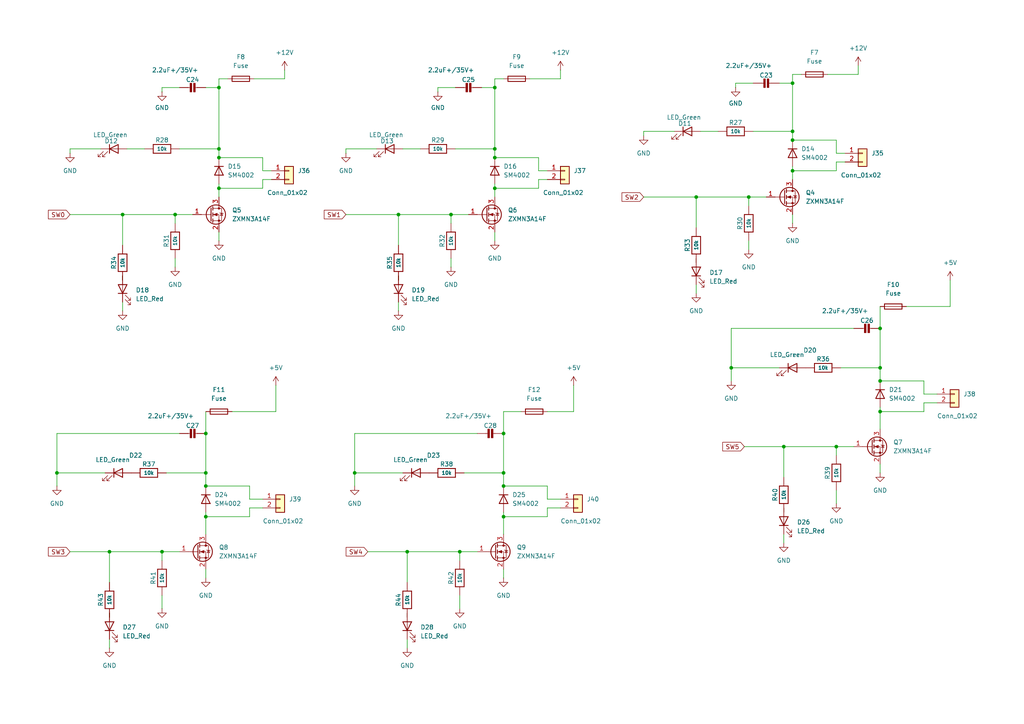
<source format=kicad_sch>
(kicad_sch (version 20231120) (generator "eeschema") (generator_version "8.0")
  (paper "A4")
  (title_block (date "2024-10-29") (rev "1") (company "Cabrillo Robtics") (comment 1 "LaserShark Backplane PCB"))
  (lib_symbols
    (symbol "Adafruit MOSFET Driver STEMMA Breakout-eagle-import:CAP_CERAMIC0805-NOOUTLINE"
      (property "Reference" "C" (at -2.29 1.25 90))
      (property "Value" "CAP_CERAMIC0805-NOOUTLINE" (at 2.3 1.25 90))
      (symbol "CAP_CERAMIC0805-NOOUTLINE_1_0"
        (rectangle (start -1.27 0.508) (end 1.27 1.016) (fill (type outline)))
        (rectangle (start -1.27 1.524) (end 1.27 2.032) (fill (type outline)))
        (polyline (pts (xy 0 0.762) (xy 0 0)) (stroke (width 0.1524)))
        (polyline (pts (xy 0 2.54) (xy 0 1.778)) (stroke (width 0.1524)))
        (pin passive line (at 0 5.08 270) (length 2.54) (name "1") (number "1"))
        (pin passive line (at 0 -2.54 90) (length 2.54) (name "2") (number "2"))
      )
    )
    (symbol "Adafruit MOSFET Driver STEMMA Breakout-eagle-import:RESISTOR_0603_NOOUT"
      (property "Reference" "R" (at 0 2.54 0))
      (property "Value" "RESISTOR_0603_NOOUT" (at 0 0 0))
      (symbol "RESISTOR_0603_NOOUT_1_0"
        (polyline (pts (xy -2.54 -1.27) (xy -2.54 1.27)) (stroke (width 0.254)))
        (polyline (pts (xy -2.54 1.27) (xy 2.54 1.27)) (stroke (width 0.254)))
        (polyline (pts (xy 2.54 -1.27) (xy -2.54 -1.27)) (stroke (width 0.254)))
        (polyline (pts (xy 2.54 1.27) (xy 2.54 -1.27)) (stroke (width 0.254)))
        (pin passive line (at -5.08 0 0) (length 2.54) (name "1") (number "1"))
        (pin passive line (at 5.08 0 180) (length 2.54) (name "2") (number "2"))
      )
    )
    (symbol "Connector_Generic:Conn_01x02" (pin_names (offset 1.016) hide)
      (property "Reference" "J" (at 0 2.54 0))
      (property "Value" "Conn_01x02" (at 0 -5.08 0))
      (symbol "Conn_01x02_1_1"
        (rectangle (start -1.27 -2.413) (end 0 -2.667) (stroke (width 0.1524)))
        (rectangle (start -1.27 0.127) (end 0 -0.127) (stroke (width 0.1524)))
        (rectangle (start -1.27 1.27) (end 1.27 -3.81) (stroke (width 0.254)) (fill (type background)))
        (pin passive line (at -5.08 0 0) (length 3.81) (name "Pin_1") (number "1"))
        (pin passive line (at -5.08 -2.54 0) (length 3.81) (name "Pin_2") (number "2"))
      )
    )
    (symbol "Device:Fuse" (pin_numbers hide) (pin_names (offset 0))
      (property "Reference" "F" (at 2.032 0 90))
      (property "Value" "Fuse" (at -1.905 0 90))
      (symbol "Fuse_0_1"
        (rectangle (start -0.762 -2.54) (end 0.762 2.54) (stroke (width 0.254)))
        (polyline (pts (xy 0 2.54) (xy 0 -2.54)))
      )
      (symbol "Fuse_1_1"
        (pin passive line (at 0 3.81 270) (length 1.27) (name "~") (number "1"))
        (pin passive line (at 0 -3.81 90) (length 1.27) (name "~") (number "2"))
      )
    )
    (symbol "Device:LED" (pin_numbers hide) (pin_names (offset 1.016) hide)
      (property "Reference" "D" (at 0 2.54 0))
      (property "Value" "LED" (at 0 -2.54 0))
      (symbol "LED_0_1"
        (polyline (pts (xy -1.27 -1.27) (xy -1.27 1.27)) (stroke (width 0.254)))
        (polyline (pts (xy -1.27 0) (xy 1.27 0)))
        (polyline (pts (xy 1.27 -1.27) (xy 1.27 1.27) (xy -1.27 0) (xy 1.27 -1.27)) (stroke (width 0.254)))
        (polyline (pts (xy -3.048 -0.762) (xy -4.572 -2.286) (xy -3.81 -2.286) (xy -4.572 -2.286) (xy -4.572 -1.524)))
        (polyline (pts (xy -1.778 -0.762) (xy -3.302 -2.286) (xy -2.54 -2.286) (xy -3.302 -2.286) (xy -3.302 -1.524)))
      )
      (symbol "LED_1_1"
        (pin passive line (at -3.81 0 0) (length 2.54) (name "K") (number "1"))
        (pin passive line (at 3.81 0 180) (length 2.54) (name "A") (number "2"))
      )
    )
    (symbol "Diode:SM4002" (pin_numbers hide) (pin_names (offset 1.016) hide)
      (property "Reference" "D" (at 0 2.54 0))
      (property "Value" "SM4002" (at 0 -2.54 0))
      (symbol "SM4002_0_1"
        (polyline (pts (xy -1.27 1.27) (xy -1.27 -1.27)) (stroke (width 0.254)))
        (polyline (pts (xy 1.27 0) (xy -1.27 0)))
        (polyline (pts (xy 1.27 1.27) (xy 1.27 -1.27) (xy -1.27 0) (xy 1.27 1.27)) (stroke (width 0.254)))
      )
      (symbol "SM4002_1_1"
        (pin passive line (at -3.81 0 0) (length 2.54) (name "K") (number "1"))
        (pin passive line (at 3.81 0 180) (length 2.54) (name "A") (number "2"))
      )
    )
    (symbol "Transistor_FET:ZXMN3A14F" (pin_names hide)
      (property "Reference" "Q" (at 5.08 1.905 0))
      (property "Value" "ZXMN3A14F" (at 5.08 0 0))
      (symbol "ZXMN3A14F_0_1"
        (polyline (pts (xy 0.254 0) (xy -2.54 0)))
        (polyline (pts (xy 0.254 1.905) (xy 0.254 -1.905)) (stroke (width 0.254)))
        (polyline (pts (xy 0.762 -1.27) (xy 0.762 -2.286)) (stroke (width 0.254)))
        (polyline (pts (xy 0.762 0.508) (xy 0.762 -0.508)) (stroke (width 0.254)))
        (polyline (pts (xy 0.762 2.286) (xy 0.762 1.27)) (stroke (width 0.254)))
        (polyline (pts (xy 2.54 2.54) (xy 2.54 1.778)))
        (polyline (pts (xy 2.54 -2.54) (xy 2.54 0) (xy 0.762 0)))
        (polyline (pts (xy 0.762 -1.778) (xy 3.302 -1.778) (xy 3.302 1.778) (xy 0.762 1.778)))
        (polyline (pts (xy 1.016 0) (xy 2.032 0.381) (xy 2.032 -0.381) (xy 1.016 0)) (fill (type outline)))
        (polyline (pts (xy 2.794 0.508) (xy 2.921 0.381) (xy 3.683 0.381) (xy 3.81 0.254)))
        (polyline (pts (xy 3.302 0.381) (xy 2.921 -0.254) (xy 3.683 -0.254) (xy 3.302 0.381)))
        (circle (center 1.651 0) (radius 2.794) (stroke (width 0.254)))
        (circle (center 2.54 -1.778) (radius 0.254) (fill (type outline)))
        (circle (center 2.54 1.778) (radius 0.254) (fill (type outline)))
      )
      (symbol "ZXMN3A14F_1_1"
        (pin input line (at -5.08 0 0) (length 2.54) (name "G") (number "1"))
        (pin passive line (at 2.54 -5.08 90) (length 2.54) (name "S") (number "2"))
        (pin passive line (at 2.54 5.08 270) (length 2.54) (name "D") (number "3"))
      )
    )
    (symbol "power:+12V" (power) (pin_numbers hide) (pin_names (offset 0) hide)
      (property "Value" "+12V" (at 0 3.556 0))
      (symbol "+12V_0_1"
        (polyline (pts (xy -0.762 1.27) (xy 0 2.54)))
        (polyline (pts (xy 0 0) (xy 0 2.54)))
        (polyline (pts (xy 0 2.54) (xy 0.762 1.27)))
      )
      (symbol "+12V_1_1"
        (pin power_in line (at 0 0 90) (length 0) (name "~") (number "1"))
      )
    )
    (symbol "power:+5V" (power) (pin_numbers hide) (pin_names (offset 0) hide)
      (property "Value" "+5V" (at 0 3.556 0))
      (symbol "+5V_0_1"
        (polyline (pts (xy -0.762 1.27) (xy 0 2.54)))
        (polyline (pts (xy 0 0) (xy 0 2.54)))
        (polyline (pts (xy 0 2.54) (xy 0.762 1.27)))
      )
      (symbol "+5V_1_1"
        (pin power_in line (at 0 0 90) (length 0) (name "~") (number "1"))
      )
    )
    (symbol "power:GND" (power) (pin_numbers hide) (pin_names (offset 0) hide)
      (property "Value" "GND" (at 0 -3.81 0))
      (symbol "GND_0_1"
        (polyline (pts (xy 0 0) (xy 0 -1.27) (xy 1.27 -1.27) (xy 0 -2.54) (xy -1.27 -1.27) (xy 0 -1.27)))
      )
      (symbol "GND_1_1"
        (pin power_in line (at 0 0 270) (length 0) (name "~") (number "1"))
      )
    )
  )
  (junction (at 115.57 62.23))
  (junction (at 143.51 43.18))
  (junction (at 146.05 140.97))
  (junction (at 227.33 129.54))
  (junction (at 143.51 25.4))
  (junction (at 255.27 106.68))
  (junction (at 229.87 49.53))
  (junction (at 201.93 57.15))
  (junction (at 63.5 45.72))
  (junction (at 255.27 95.25))
  (junction (at 146.05 125.73))
  (junction (at 229.87 24.13))
  (junction (at 130.81 62.23))
  (junction (at 212.09 106.68))
  (junction (at 46.99 160.02))
  (junction (at 143.51 45.72))
  (junction (at 217.17 57.15))
  (junction (at 146.05 137.16))
  (junction (at 59.69 125.73))
  (junction (at 63.5 54.61))
  (junction (at 16.51 137.16))
  (junction (at 242.57 129.54))
  (junction (at 133.35 160.02))
  (junction (at 50.8 62.23))
  (junction (at 102.87 137.16))
  (junction (at 59.69 140.97))
  (junction (at 255.27 110.49))
  (junction (at 63.5 43.18))
  (junction (at 146.05 149.86))
  (junction (at 63.5 25.4))
  (junction (at 143.51 54.61))
  (junction (at 35.56 62.23))
  (junction (at 59.69 137.16))
  (junction (at 31.75 160.02))
  (junction (at 59.69 149.86))
  (junction (at 229.87 38.1))
  (junction (at 229.87 40.64))
  (junction (at 118.11 160.02))
  (junction (at 255.27 119.38))
  (wire (pts (xy 227.33 157.48) (xy 227.33 154.94)))
  (wire (pts (xy 115.57 90.17) (xy 115.57 87.63)))
  (wire (pts (xy 158.75 144.78) (xy 162.56 144.78)))
  (wire (pts (xy 162.56 20.32) (xy 162.56 22.86)))
  (wire (pts (xy 35.56 90.17) (xy 35.56 87.63)))
  (wire (pts (xy 143.51 22.86) (xy 143.51 25.4)))
  (wire (pts (xy 143.51 43.18) (xy 143.51 45.72)))
  (wire (pts (xy 143.51 53.34) (xy 143.51 54.61)))
  (wire (pts (xy 59.69 149.86) (xy 72.39 149.86)))
  (wire (pts (xy 156.21 45.72) (xy 156.21 49.53)))
  (wire (pts (xy 133.35 172.72) (xy 133.35 176.53)))
  (wire (pts (xy 229.87 64.77) (xy 229.87 62.23)))
  (wire (pts (xy 267.97 114.3) (xy 271.78 114.3)))
  (wire (pts (xy 146.05 140.97) (xy 158.75 140.97)))
  (wire (pts (xy 255.27 118.11) (xy 255.27 119.38)))
  (wire (pts (xy 201.93 76.2) (xy 201.93 74.93)))
  (wire (pts (xy 16.51 137.16) (xy 30.48 137.16)))
  (wire (pts (xy 102.87 125.73) (xy 102.87 137.16)))
  (wire (pts (xy 100.33 44.45) (xy 100.33 43.18)))
  (wire (pts (xy 146.05 125.73) (xy 146.05 137.16)))
  (wire (pts (xy 130.81 62.23) (xy 135.89 62.23)))
  (wire (pts (xy 59.69 148.59) (xy 59.69 149.86)))
  (wire (pts (xy 267.97 110.49) (xy 267.97 114.3)))
  (wire (pts (xy 31.75 160.02) (xy 46.99 160.02)))
  (wire (pts (xy 143.51 22.86) (xy 146.05 22.86)))
  (wire (pts (xy 255.27 137.16) (xy 255.27 134.62)))
  (wire (pts (xy 31.75 179.07) (xy 31.75 177.8)))
  (wire (pts (xy 212.09 95.25) (xy 212.09 106.68)))
  (wire (pts (xy 229.87 40.64) (xy 242.57 40.64)))
  (wire (pts (xy 146.05 149.86) (xy 146.05 154.94)))
  (wire (pts (xy 130.81 77.47) (xy 130.81 74.93)))
  (wire (pts (xy 63.5 25.4) (xy 63.5 43.18)))
  (wire (pts (xy 156.21 52.07) (xy 158.75 52.07)))
  (wire (pts (xy 46.99 160.02) (xy 52.07 160.02)))
  (wire (pts (xy 213.36 24.13) (xy 213.36 25.4)))
  (wire (pts (xy 63.5 43.18) (xy 63.5 45.72)))
  (wire (pts (xy 255.27 88.9) (xy 255.27 95.25)))
  (wire (pts (xy 118.11 160.02) (xy 133.35 160.02)))
  (wire (pts (xy 212.09 110.49) (xy 212.09 106.68)))
  (wire (pts (xy 59.69 119.38) (xy 59.69 125.73)))
  (wire (pts (xy 212.09 95.25) (xy 247.65 95.25)))
  (wire (pts (xy 20.32 43.18) (xy 29.21 43.18)))
  (wire (pts (xy 127 25.4) (xy 127 26.67)))
  (wire (pts (xy 118.11 179.07) (xy 118.11 177.8)))
  (wire (pts (xy 16.51 140.97) (xy 16.51 137.16)))
  (wire (pts (xy 59.69 149.86) (xy 59.69 154.94)))
  (wire (pts (xy 255.27 119.38) (xy 255.27 124.46)))
  (wire (pts (xy 118.11 160.02) (xy 118.11 168.91)))
  (wire (pts (xy 106.68 160.02) (xy 118.11 160.02)))
  (wire (pts (xy 146.05 119.38) (xy 146.05 125.73)))
  (wire (pts (xy 146.05 137.16) (xy 146.05 140.97)))
  (wire (pts (xy 158.75 149.86) (xy 158.75 147.32)))
  (wire (pts (xy 229.87 49.53) (xy 242.57 49.53)))
  (wire (pts (xy 102.87 137.16) (xy 116.84 137.16)))
  (wire (pts (xy 102.87 125.73) (xy 138.43 125.73)))
  (wire (pts (xy 132.08 43.18) (xy 143.51 43.18)))
  (wire (pts (xy 50.8 62.23) (xy 55.88 62.23)))
  (wire (pts (xy 59.69 137.16) (xy 59.69 140.97)))
  (wire (pts (xy 127 25.4) (xy 132.08 25.4)))
  (wire (pts (xy 143.51 25.4) (xy 143.51 43.18)))
  (wire (pts (xy 20.32 160.02) (xy 31.75 160.02)))
  (wire (pts (xy 217.17 59.69) (xy 217.17 57.15)))
  (wire (pts (xy 146.05 149.86) (xy 158.75 149.86)))
  (wire (pts (xy 31.75 160.02) (xy 31.75 168.91)))
  (wire (pts (xy 203.2 38.1) (xy 208.28 38.1)))
  (wire (pts (xy 59.69 167.64) (xy 59.69 165.1)))
  (wire (pts (xy 133.35 160.02) (xy 138.43 160.02)))
  (wire (pts (xy 242.57 40.64) (xy 242.57 44.45)))
  (wire (pts (xy 67.31 119.38) (xy 80.01 119.38)))
  (wire (pts (xy 213.36 24.13) (xy 218.44 24.13)))
  (wire (pts (xy 130.81 64.77) (xy 130.81 62.23)))
  (wire (pts (xy 248.92 21.59) (xy 240.03 21.59)))
  (wire (pts (xy 63.5 53.34) (xy 63.5 54.61)))
  (wire (pts (xy 20.32 62.23) (xy 35.56 62.23)))
  (wire (pts (xy 46.99 25.4) (xy 52.07 25.4)))
  (wire (pts (xy 255.27 106.68) (xy 255.27 110.49)))
  (wire (pts (xy 16.51 125.73) (xy 52.07 125.73)))
  (wire (pts (xy 82.55 20.32) (xy 82.55 22.86)))
  (wire (pts (xy 143.51 54.61) (xy 156.21 54.61)))
  (wire (pts (xy 50.8 77.47) (xy 50.8 74.93)))
  (wire (pts (xy 227.33 148.59) (xy 227.33 147.32)))
  (wire (pts (xy 72.39 147.32) (xy 76.2 147.32)))
  (wire (pts (xy 162.56 22.86) (xy 153.67 22.86)))
  (wire (pts (xy 158.75 147.32) (xy 162.56 147.32)))
  (wire (pts (xy 134.62 137.16) (xy 146.05 137.16)))
  (wire (pts (xy 82.55 22.86) (xy 73.66 22.86)))
  (wire (pts (xy 229.87 48.26) (xy 229.87 49.53)))
  (wire (pts (xy 226.06 24.13) (xy 229.87 24.13)))
  (wire (pts (xy 35.56 81.28) (xy 35.56 80.01)))
  (wire (pts (xy 201.93 57.15) (xy 217.17 57.15)))
  (wire (pts (xy 76.2 49.53) (xy 78.74 49.53)))
  (wire (pts (xy 72.39 149.86) (xy 72.39 147.32)))
  (wire (pts (xy 255.27 95.25) (xy 255.27 106.68)))
  (wire (pts (xy 146.05 167.64) (xy 146.05 165.1)))
  (wire (pts (xy 100.33 43.18) (xy 109.22 43.18)))
  (wire (pts (xy 212.09 106.68) (xy 226.06 106.68)))
  (wire (pts (xy 63.5 54.61) (xy 76.2 54.61)))
  (wire (pts (xy 255.27 110.49) (xy 267.97 110.49)))
  (wire (pts (xy 36.83 43.18) (xy 41.91 43.18)))
  (wire (pts (xy 139.7 25.4) (xy 143.51 25.4)))
  (wire (pts (xy 215.9 129.54) (xy 227.33 129.54)))
  (wire (pts (xy 267.97 116.84) (xy 271.78 116.84)))
  (wire (pts (xy 76.2 54.61) (xy 76.2 52.07)))
  (wire (pts (xy 46.99 162.56) (xy 46.99 160.02)))
  (wire (pts (xy 116.84 43.18) (xy 121.92 43.18)))
  (wire (pts (xy 102.87 140.97) (xy 102.87 137.16)))
  (wire (pts (xy 80.01 111.76) (xy 80.01 119.38)))
  (wire (pts (xy 227.33 129.54) (xy 242.57 129.54)))
  (wire (pts (xy 48.26 137.16) (xy 59.69 137.16)))
  (wire (pts (xy 229.87 21.59) (xy 232.41 21.59)))
  (wire (pts (xy 242.57 49.53) (xy 242.57 46.99)))
  (wire (pts (xy 63.5 54.61) (xy 63.5 57.15)))
  (wire (pts (xy 262.89 88.9) (xy 275.59 88.9)))
  (wire (pts (xy 76.2 52.07) (xy 78.74 52.07)))
  (wire (pts (xy 20.32 44.45) (xy 20.32 43.18)))
  (wire (pts (xy 242.57 46.99) (xy 245.11 46.99)))
  (wire (pts (xy 63.5 45.72) (xy 76.2 45.72)))
  (wire (pts (xy 35.56 62.23) (xy 50.8 62.23)))
  (wire (pts (xy 158.75 140.97) (xy 158.75 144.78)))
  (wire (pts (xy 156.21 49.53) (xy 158.75 49.53)))
  (wire (pts (xy 143.51 69.85) (xy 143.51 67.31)))
  (wire (pts (xy 100.33 62.23) (xy 115.57 62.23)))
  (wire (pts (xy 275.59 81.28) (xy 275.59 88.9)))
  (wire (pts (xy 143.51 54.61) (xy 143.51 57.15)))
  (wire (pts (xy 146.05 148.59) (xy 146.05 149.86)))
  (wire (pts (xy 76.2 45.72) (xy 76.2 49.53)))
  (wire (pts (xy 229.87 49.53) (xy 229.87 52.07)))
  (wire (pts (xy 242.57 129.54) (xy 247.65 129.54)))
  (wire (pts (xy 242.57 142.24) (xy 242.57 146.05)))
  (wire (pts (xy 186.69 38.1) (xy 195.58 38.1)))
  (wire (pts (xy 242.57 132.08) (xy 242.57 129.54)))
  (wire (pts (xy 217.17 72.39) (xy 217.17 69.85)))
  (wire (pts (xy 218.44 38.1) (xy 229.87 38.1)))
  (wire (pts (xy 133.35 162.56) (xy 133.35 160.02)))
  (wire (pts (xy 166.37 111.76) (xy 166.37 119.38)))
  (wire (pts (xy 243.84 106.68) (xy 255.27 106.68)))
  (wire (pts (xy 229.87 24.13) (xy 229.87 38.1)))
  (wire (pts (xy 50.8 64.77) (xy 50.8 62.23)))
  (wire (pts (xy 217.17 57.15) (xy 222.25 57.15)))
  (wire (pts (xy 115.57 62.23) (xy 115.57 71.12)))
  (wire (pts (xy 63.5 22.86) (xy 66.04 22.86)))
  (wire (pts (xy 229.87 38.1) (xy 229.87 40.64)))
  (wire (pts (xy 46.99 25.4) (xy 46.99 26.67)))
  (wire (pts (xy 143.51 45.72) (xy 156.21 45.72)))
  (wire (pts (xy 16.51 125.73) (xy 16.51 137.16)))
  (wire (pts (xy 158.75 119.38) (xy 166.37 119.38)))
  (wire (pts (xy 31.75 187.96) (xy 31.75 185.42)))
  (wire (pts (xy 186.69 39.37) (xy 186.69 38.1)))
  (wire (pts (xy 186.69 57.15) (xy 201.93 57.15)))
  (wire (pts (xy 156.21 54.61) (xy 156.21 52.07)))
  (wire (pts (xy 201.93 57.15) (xy 201.93 66.04)))
  (wire (pts (xy 46.99 172.72) (xy 46.99 176.53)))
  (wire (pts (xy 35.56 62.23) (xy 35.56 71.12)))
  (wire (pts (xy 115.57 62.23) (xy 130.81 62.23)))
  (wire (pts (xy 201.93 85.09) (xy 201.93 82.55)))
  (wire (pts (xy 118.11 187.96) (xy 118.11 185.42)))
  (wire (pts (xy 267.97 119.38) (xy 267.97 116.84)))
  (wire (pts (xy 59.69 140.97) (xy 72.39 140.97)))
  (wire (pts (xy 229.87 21.59) (xy 229.87 24.13)))
  (wire (pts (xy 146.05 119.38) (xy 151.13 119.38)))
  (wire (pts (xy 115.57 81.28) (xy 115.57 80.01)))
  (wire (pts (xy 248.92 19.05) (xy 248.92 21.59)))
  (wire (pts (xy 72.39 140.97) (xy 72.39 144.78)))
  (wire (pts (xy 72.39 144.78) (xy 76.2 144.78)))
  (wire (pts (xy 63.5 69.85) (xy 63.5 67.31)))
  (wire (pts (xy 63.5 22.86) (xy 63.5 25.4)))
  (wire (pts (xy 52.07 43.18) (xy 63.5 43.18)))
  (wire (pts (xy 59.69 25.4) (xy 63.5 25.4)))
  (wire (pts (xy 255.27 119.38) (xy 267.97 119.38)))
  (wire (pts (xy 59.69 125.73) (xy 59.69 137.16)))
  (wire (pts (xy 227.33 129.54) (xy 227.33 138.43)))
  (wire (pts (xy 242.57 44.45) (xy 245.11 44.45)))
  (global_label "SW5" (shape input) (at 215.9 129.54 180) (property "Intersheetrefs" "${INTERSHEET_REFS}" (effects (hide yes))))
  (global_label "SW3" (shape input) (at 20.32 160.02 180) (property "Intersheetrefs" "${INTERSHEET_REFS}" (effects (hide yes))))
  (global_label "SW1" (shape input) (at 100.33 62.23 180) (property "Intersheetrefs" "${INTERSHEET_REFS}" (effects (hide yes))))
  (global_label "SW2" (shape input) (at 186.69 57.15 180) (property "Intersheetrefs" "${INTERSHEET_REFS}" (effects (hide yes))))
  (global_label "SW0" (shape input) (at 20.32 62.23 180) (property "Intersheetrefs" "${INTERSHEET_REFS}" (effects (hide yes))))
  (global_label "SW4" (shape input) (at 106.68 160.02 180) (property "Intersheetrefs" "${INTERSHEET_REFS}" (effects (hide yes))))
  (symbol (lib_id "power:GND") (at 46.99 26.67 0) (unit 1)
    (property "Reference" "#PWR096" (effects (hide yes)))
    (property "Value" "GND" (at 46.99 31.242 0))
    (property "Description" "Power symbol creates a global label with name \"GND\" , ground" (effects (hide yes)))
  )
  (symbol (lib_id "Adafruit MOSFET Driver STEMMA Breakout-eagle-import:RESISTOR_0603_NOOUT") (at 133.35 167.64 90) (unit 1)
    (property "Reference" "R42" (at 130.81 167.64 0))
    (property "Value" "10k" (at 133.35 167.64 0) (effects (font (size 1.016 1.016) (bold yes))))
    (property "Footprint" "Resistor_SMD:R_0805_2012Metric" (effects (hide yes)))
  )
  (symbol (lib_id "Adafruit MOSFET Driver STEMMA Breakout-eagle-import:RESISTOR_0603_NOOUT") (at 46.99 167.64 90) (unit 1)
    (property "Reference" "R41" (at 44.45 167.64 0))
    (property "Value" "10k" (at 46.99 167.64 0) (effects (font (size 1.016 1.016) (bold yes))))
    (property "Footprint" "Resistor_SMD:R_0805_2012Metric" (effects (hide yes)))
  )
  (symbol (lib_id "Adafruit MOSFET Driver STEMMA Breakout-eagle-import:CAP_CERAMIC0805-NOOUTLINE") (at 250.19 95.25 270) (unit 1)
    (property "Reference" "C26" (at 251.44 92.96 90))
    (property "Value" "2.2uF+/35V+" (at 245.11 90.17 90))
    (property "Footprint" "Capacitor_SMD:C_0805_2012Metric" (effects (hide yes)))
  )
  (symbol (lib_id "power:+12V") (at 82.55 20.32 0) (unit 1)
    (property "Reference" "#PWR093" (effects (hide yes)))
    (property "Value" "+12V" (at 82.55 15.24 0))
    (property "Description" "Power symbol creates a global label with name \"+12V\"" (effects (hide yes)))
  )
  (symbol (lib_id "power:GND") (at 143.51 69.85 0) (unit 1)
    (property "Reference" "#PWR0103" (effects (hide yes)))
    (property "Value" "GND" (at 143.51 74.93 0))
    (property "Description" "Power symbol creates a global label with name \"GND\" , ground" (effects (hide yes)))
  )
  (symbol (lib_id "power:GND") (at 118.11 187.96 0) (unit 1)
    (property "Reference" "#PWR0124" (effects (hide yes)))
    (property "Value" "GND" (at 118.11 193.04 0))
    (property "Description" "Power symbol creates a global label with name \"GND\" , ground" (effects (hide yes)))
  )
  (symbol (lib_id "Device:Fuse") (at 69.85 22.86 90) (unit 1)
    (property "Reference" "F8" (at 69.85 16.51 90))
    (property "Value" "Fuse" (at 69.85 19.05 90))
    (property "Footprint" "Fuse:Fuse_0805_2012Metric" (effects (hide yes)))
  )
  (symbol (lib_id "Device:LED") (at 229.87 106.68 0) (unit 1)
    (property "Reference" "D20" (at 234.95 101.6 0))
    (property "Value" "LED_Green" (at 228.2825 102.87 0))
    (property "Footprint" "LED_SMD:LED_0603_1608Metric" (effects (hide yes)))
  )
  (symbol (lib_id "Transistor_FET:ZXMN3A14F") (at 227.33 57.15 0) (unit 1)
    (property "Reference" "Q4" (at 233.68 55.8799 0) (effects (justify left)))
    (property "Value" "ZXMN3A14F" (at 233.68 58.4199 0) (effects (justify left)))
    (property "Footprint" "Package_TO_SOT_SMD:SOT-23" (effects (hide yes)))
    (property "Datasheet" "http://www.diodes.com/assets/Datasheets/ZXMN3A14F.pdf" (effects (hide yes)))
  )
  (symbol (lib_id "power:GND") (at 217.17 72.39 0) (unit 1)
    (property "Reference" "#PWR0104" (effects (hide yes)))
    (property "Value" "GND" (at 217.17 77.47 0))
    (property "Description" "Power symbol creates a global label with name \"GND\" , ground" (effects (hide yes)))
  )
  (symbol (lib_id "power:GND") (at 255.27 137.16 0) (unit 1)
    (property "Reference" "#PWR0114" (effects (hide yes)))
    (property "Value" "GND" (at 255.27 142.24 0))
    (property "Description" "Power symbol creates a global label with name \"GND\" , ground" (effects (hide yes)))
  )
  (symbol (lib_id "Adafruit MOSFET Driver STEMMA Breakout-eagle-import:RESISTOR_0603_NOOUT") (at 43.18 137.16 0) (unit 1)
    (property "Reference" "R37" (at 43.18 134.62 0))
    (property "Value" "10k" (at 43.18 137.16 0) (effects (font (size 1.016 1.016) (bold yes))))
    (property "Footprint" "Resistor_SMD:R_0805_2012Metric" (effects (hide yes)))
  )
  (symbol (lib_id "Device:LED") (at 118.11 181.61 90) (unit 1)
    (property "Reference" "D28" (at 121.92 181.9274 90) (effects (justify right)))
    (property "Value" "LED_Red" (at 121.92 184.4674 90) (effects (justify right)))
    (property "Footprint" "LED_SMD:LED_0603_1608Metric" (effects (hide yes)))
  )
  (symbol (lib_id "power:GND") (at 100.33 44.45 0) (unit 1)
    (property "Reference" "#PWR0100" (effects (hide yes)))
    (property "Value" "GND" (at 100.33 49.53 0))
    (property "Description" "Power symbol creates a global label with name \"GND\" , ground" (effects (hide yes)))
  )
  (symbol (lib_id "Device:LED") (at 33.02 43.18 0) (unit 1)
    (property "Reference" "D12" (at 32.258 40.894 0))
    (property "Value" "LED_Green" (at 32.004 39.116 0))
    (property "Footprint" "LED_SMD:LED_0603_1608Metric" (effects (hide yes)))
  )
  (symbol (lib_id "power:GND") (at 35.56 90.17 0) (unit 1)
    (property "Reference" "#PWR0109" (effects (hide yes)))
    (property "Value" "GND" (at 35.56 95.25 0))
    (property "Description" "Power symbol creates a global label with name \"GND\" , ground" (effects (hide yes)))
  )
  (symbol (lib_id "Adafruit MOSFET Driver STEMMA Breakout-eagle-import:RESISTOR_0603_NOOUT") (at 115.57 76.2 90) (unit 1)
    (property "Reference" "R35" (at 113.03 76.2 0))
    (property "Value" "10k" (at 115.57 76.2 0) (effects (font (size 1.016 1.016) (bold yes))))
    (property "Footprint" "Resistor_SMD:R_0805_2012Metric" (effects (hide yes)))
  )
  (symbol (lib_id "Adafruit MOSFET Driver STEMMA Breakout-eagle-import:RESISTOR_0603_NOOUT") (at 50.8 69.85 90) (unit 1)
    (property "Reference" "R31" (at 48.26 69.85 0))
    (property "Value" "10k" (at 50.8 69.85 0) (effects (font (size 1.016 1.016) (bold yes))))
    (property "Footprint" "Resistor_SMD:R_0805_2012Metric" (effects (hide yes)))
  )
  (symbol (lib_id "Device:Fuse") (at 259.08 88.9 90) (unit 1)
    (property "Reference" "F10" (at 259.08 82.55 90))
    (property "Value" "Fuse" (at 259.08 85.09 90))
    (property "Footprint" "Fuse:Fuse_0805_2012Metric" (effects (hide yes)))
  )
  (symbol (lib_id "Adafruit MOSFET Driver STEMMA Breakout-eagle-import:RESISTOR_0603_NOOUT") (at 227.33 143.51 90) (unit 1)
    (property "Reference" "R40" (at 224.79 143.51 0))
    (property "Value" "10k" (at 227.33 143.51 0) (effects (font (size 1.016 1.016) (bold yes))))
    (property "Footprint" "Resistor_SMD:R_0805_2012Metric" (effects (hide yes)))
  )
  (symbol (lib_id "Adafruit MOSFET Driver STEMMA Breakout-eagle-import:RESISTOR_0603_NOOUT") (at 217.17 64.77 90) (unit 1)
    (property "Reference" "R30" (at 214.63 64.77 0))
    (property "Value" "10k" (at 217.17 64.77 0) (effects (font (size 1.016 1.016) (bold yes))))
    (property "Footprint" "Resistor_SMD:R_0805_2012Metric" (effects (hide yes)))
  )
  (symbol (lib_id "Connector_Generic:Conn_01x02") (at 163.83 49.53 0) (unit 1)
    (property "Reference" "J37" (at 166.37 49.5299 0) (effects (justify left)))
    (property "Value" "Conn_01x02" (at 157.48 55.88 0) (effects (justify left)))
    (property "Footprint" "Rpi_Pico_header:Molex_Micro-Latch_53253-0270_1x02_P2.00mm_Vertical_3D_model" (effects (hide yes)))
  )
  (symbol (lib_id "power:GND") (at 186.69 39.37 0) (unit 1)
    (property "Reference" "#PWR098" (effects (hide yes)))
    (property "Value" "GND" (at 186.69 44.45 0))
    (property "Description" "Power symbol creates a global label with name \"GND\" , ground" (effects (hide yes)))
  )
  (symbol (lib_id "Adafruit MOSFET Driver STEMMA Breakout-eagle-import:RESISTOR_0603_NOOUT") (at 127 43.18 0) (unit 1)
    (property "Reference" "R29" (at 127 40.64 0))
    (property "Value" "10k" (at 127 43.18 0) (effects (font (size 1.016 1.016) (bold yes))))
    (property "Footprint" "Resistor_SMD:R_0805_2012Metric" (effects (hide yes)))
  )
  (symbol (lib_id "Diode:SM4002") (at 143.51 49.53 270) (unit 1)
    (property "Reference" "D16" (at 146.05 48.2599 90) (effects (justify left)))
    (property "Value" "SM4002" (at 146.05 50.7999 90) (effects (justify left)))
    (property "Footprint" "Diode_SMD:D_SOD-123F" (effects (hide yes)))
    (property "Datasheet" "http://cdn-reichelt.de/documents/datenblatt/A400/SMD1N400%23DIO.pdf" (effects (hide yes)))
  )
  (symbol (lib_id "Connector_Generic:Conn_01x02") (at 276.86 114.3 0) (unit 1)
    (property "Reference" "J38" (at 279.4 114.2999 0) (effects (justify left)))
    (property "Value" "Conn_01x02" (at 271.78 120.65 0) (effects (justify left)))
    (property "Footprint" "Rpi_Pico_header:Molex_Micro-Latch_53253-0270_1x02_P2.00mm_Vertical_3D_model" (effects (hide yes)))
  )
  (symbol (lib_id "power:+5V") (at 166.37 111.76 0) (unit 1)
    (property "Reference" "#PWR0113" (effects (hide yes)))
    (property "Value" "+5V" (at 166.37 106.68 0))
    (property "Description" "Power symbol creates a global label with name \"+5V\"" (effects (hide yes)))
  )
  (symbol (lib_id "power:GND") (at 59.69 167.64 0) (unit 1)
    (property "Reference" "#PWR0119" (effects (hide yes)))
    (property "Value" "GND" (at 59.69 172.72 0))
    (property "Description" "Power symbol creates a global label with name \"GND\" , ground" (effects (hide yes)))
  )
  (symbol (lib_id "power:GND") (at 201.93 85.09 0) (unit 1)
    (property "Reference" "#PWR0108" (effects (hide yes)))
    (property "Value" "GND" (at 201.93 90.17 0))
    (property "Description" "Power symbol creates a global label with name \"GND\" , ground" (effects (hide yes)))
  )
  (symbol (lib_id "Device:LED") (at 199.39 38.1 0) (unit 1)
    (property "Reference" "D11" (at 198.628 35.814 0))
    (property "Value" "LED_Green" (at 198.374 34.036 0))
    (property "Footprint" "LED_SMD:LED_0603_1608Metric" (effects (hide yes)))
  )
  (symbol (lib_id "Device:LED") (at 113.03 43.18 0) (unit 1)
    (property "Reference" "D13" (at 112.268 40.894 0))
    (property "Value" "LED_Green" (at 112.014 39.116 0))
    (property "Footprint" "LED_SMD:LED_0603_1608Metric" (effects (hide yes)))
  )
  (symbol (lib_id "Device:LED") (at 201.93 78.74 90) (unit 1)
    (property "Reference" "D17" (at 205.74 79.0574 90) (effects (justify right)))
    (property "Value" "LED_Red" (at 205.74 81.5974 90) (effects (justify right)))
    (property "Footprint" "LED_SMD:LED_0603_1608Metric" (effects (hide yes)))
  )
  (symbol (lib_id "Device:Fuse") (at 236.22 21.59 90) (unit 1)
    (property "Reference" "F7" (at 236.22 15.24 90))
    (property "Value" "Fuse" (at 236.22 17.78 90))
    (property "Footprint" "Fuse:Fuse_0805_2012Metric" (effects (hide yes)))
  )
  (symbol (lib_id "Adafruit MOSFET Driver STEMMA Breakout-eagle-import:RESISTOR_0603_NOOUT") (at 238.76 106.68 0) (unit 1)
    (property "Reference" "R36" (at 238.76 104.14 0))
    (property "Value" "10k" (at 238.76 106.68 0) (effects (font (size 1.016 1.016) (bold yes))))
    (property "Footprint" "Resistor_SMD:R_0805_2012Metric" (effects (hide yes)))
  )
  (symbol (lib_id "power:GND") (at 227.33 157.48 0) (unit 1)
    (property "Reference" "#PWR0118" (effects (hide yes)))
    (property "Value" "GND" (at 227.33 162.56 0))
    (property "Description" "Power symbol creates a global label with name \"GND\" , ground" (effects (hide yes)))
  )
  (symbol (lib_id "Adafruit MOSFET Driver STEMMA Breakout-eagle-import:RESISTOR_0603_NOOUT") (at 118.11 173.99 90) (unit 1)
    (property "Reference" "R44" (at 115.57 173.99 0))
    (property "Value" "10k" (at 118.11 173.99 0) (effects (font (size 1.016 1.016) (bold yes))))
    (property "Footprint" "Resistor_SMD:R_0805_2012Metric" (effects (hide yes)))
  )
  (symbol (lib_id "power:GND") (at 242.57 146.05 0) (unit 1)
    (property "Reference" "#PWR0117" (effects (hide yes)))
    (property "Value" "GND" (at 242.57 151.13 0))
    (property "Description" "Power symbol creates a global label with name \"GND\" , ground" (effects (hide yes)))
  )
  (symbol (lib_id "power:GND") (at 127 26.67 0) (unit 1)
    (property "Reference" "#PWR097" (effects (hide yes)))
    (property "Value" "GND" (at 127 31.242 0))
    (property "Description" "Power symbol creates a global label with name \"GND\" , ground" (effects (hide yes)))
  )
  (symbol (lib_id "Transistor_FET:ZXMN3A14F") (at 252.73 129.54 0) (unit 1)
    (property "Reference" "Q7" (at 259.08 128.2699 0) (effects (justify left)))
    (property "Value" "ZXMN3A14F" (at 259.08 130.8099 0) (effects (justify left)))
    (property "Footprint" "Package_TO_SOT_SMD:SOT-23" (effects (hide yes)))
    (property "Datasheet" "http://www.diodes.com/assets/Datasheets/ZXMN3A14F.pdf" (effects (hide yes)))
  )
  (symbol (lib_id "power:GND") (at 16.51 140.97 0) (unit 1)
    (property "Reference" "#PWR0115" (effects (hide yes)))
    (property "Value" "GND" (at 16.51 146.05 0))
    (property "Description" "Power symbol creates a global label with name \"GND\" , ground" (effects (hide yes)))
  )
  (symbol (lib_id "Transistor_FET:ZXMN3A14F") (at 57.15 160.02 0) (unit 1)
    (property "Reference" "Q8" (at 63.5 158.7499 0) (effects (justify left)))
    (property "Value" "ZXMN3A14F" (at 63.5 161.2899 0) (effects (justify left)))
    (property "Footprint" "Package_TO_SOT_SMD:SOT-23" (effects (hide yes)))
    (property "Datasheet" "http://www.diodes.com/assets/Datasheets/ZXMN3A14F.pdf" (effects (hide yes)))
  )
  (symbol (lib_id "power:+12V") (at 248.92 19.05 0) (unit 1)
    (property "Reference" "#PWR092" (effects (hide yes)))
    (property "Value" "+12V" (at 248.92 13.97 0))
    (property "Description" "Power symbol creates a global label with name \"+12V\"" (effects (hide yes)))
  )
  (symbol (lib_id "Adafruit MOSFET Driver STEMMA Breakout-eagle-import:CAP_CERAMIC0805-NOOUTLINE") (at 140.97 125.73 270) (unit 1)
    (property "Reference" "C28" (at 142.22 123.44 90))
    (property "Value" "2.2uF+/35V+" (at 135.89 120.65 90))
    (property "Footprint" "Capacitor_SMD:C_0805_2012Metric" (effects (hide yes)))
  )
  (symbol (lib_id "Diode:SM4002") (at 59.69 144.78 270) (unit 1)
    (property "Reference" "D24" (at 62.23 143.5099 90) (effects (justify left)))
    (property "Value" "SM4002" (at 62.23 146.0499 90) (effects (justify left)))
    (property "Footprint" "Diode_SMD:D_SOD-123F" (effects (hide yes)))
    (property "Datasheet" "http://cdn-reichelt.de/documents/datenblatt/A400/SMD1N400%23DIO.pdf" (effects (hide yes)))
  )
  (symbol (lib_id "Adafruit MOSFET Driver STEMMA Breakout-eagle-import:RESISTOR_0603_NOOUT") (at 213.36 38.1 0) (unit 1)
    (property "Reference" "R27" (at 213.36 35.56 0))
    (property "Value" "10k" (at 213.36 38.1 0) (effects (font (size 1.016 1.016) (bold yes))))
    (property "Footprint" "Resistor_SMD:R_0805_2012Metric" (effects (hide yes)))
  )
  (symbol (lib_id "Diode:SM4002") (at 146.05 144.78 270) (unit 1)
    (property "Reference" "D25" (at 148.59 143.5099 90) (effects (justify left)))
    (property "Value" "SM4002" (at 148.59 146.0499 90) (effects (justify left)))
    (property "Footprint" "Diode_SMD:D_SOD-123F" (effects (hide yes)))
    (property "Datasheet" "http://cdn-reichelt.de/documents/datenblatt/A400/SMD1N400%23DIO.pdf" (effects (hide yes)))
  )
  (symbol (lib_id "Connector_Generic:Conn_01x02") (at 167.64 144.78 0) (unit 1)
    (property "Reference" "J40" (at 170.18 144.7799 0) (effects (justify left)))
    (property "Value" "Conn_01x02" (at 162.56 151.13 0) (effects (justify left)))
    (property "Footprint" "Rpi_Pico_header:Molex_Micro-Latch_53253-0270_1x02_P2.00mm_Vertical_3D_model" (effects (hide yes)))
  )
  (symbol (lib_id "Device:LED") (at 34.29 137.16 0) (unit 1)
    (property "Reference" "D22" (at 39.37 132.08 0))
    (property "Value" "LED_Green" (at 32.7025 133.35 0))
    (property "Footprint" "LED_SMD:LED_0603_1608Metric" (effects (hide yes)))
  )
  (symbol (lib_id "Adafruit MOSFET Driver STEMMA Breakout-eagle-import:RESISTOR_0603_NOOUT") (at 35.56 76.2 90) (unit 1)
    (property "Reference" "R34" (at 33.02 76.2 0))
    (property "Value" "10k" (at 35.56 76.2 0) (effects (font (size 1.016 1.016) (bold yes))))
    (property "Footprint" "Resistor_SMD:R_0805_2012Metric" (effects (hide yes)))
  )
  (symbol (lib_id "power:+5V") (at 275.59 81.28 0) (unit 1)
    (property "Reference" "#PWR0107" (effects (hide yes)))
    (property "Value" "+5V" (at 275.59 76.2 0))
    (property "Description" "Power symbol creates a global label with name \"+5V\"" (effects (hide yes)))
  )
  (symbol (lib_id "Transistor_FET:ZXMN3A14F") (at 140.97 62.23 0) (unit 1)
    (property "Reference" "Q6" (at 147.32 60.9599 0) (effects (justify left)))
    (property "Value" "ZXMN3A14F" (at 147.32 63.4999 0) (effects (justify left)))
    (property "Footprint" "Package_TO_SOT_SMD:SOT-23" (effects (hide yes)))
    (property "Datasheet" "http://www.diodes.com/assets/Datasheets/ZXMN3A14F.pdf" (effects (hide yes)))
  )
  (symbol (lib_id "Device:Fuse") (at 149.86 22.86 90) (unit 1)
    (property "Reference" "F9" (at 149.86 16.51 90))
    (property "Value" "Fuse" (at 149.86 19.05 90))
    (property "Footprint" "Fuse:Fuse_0805_2012Metric" (effects (hide yes)))
  )
  (symbol (lib_id "Adafruit MOSFET Driver STEMMA Breakout-eagle-import:CAP_CERAMIC0805-NOOUTLINE") (at 220.98 24.13 270) (unit 1)
    (property "Reference" "C23" (at 222.23 21.84 90))
    (property "Value" "2.2uF+/35V+" (at 217.17 19.05 90))
    (property "Footprint" "Capacitor_SMD:C_0805_2012Metric" (effects (hide yes)))
  )
  (symbol (lib_id "Device:LED") (at 120.65 137.16 0) (unit 1)
    (property "Reference" "D23" (at 125.73 132.08 0))
    (property "Value" "LED_Green" (at 119.0625 133.35 0))
    (property "Footprint" "LED_SMD:LED_0603_1608Metric" (effects (hide yes)))
  )
  (symbol (lib_id "Adafruit MOSFET Driver STEMMA Breakout-eagle-import:CAP_CERAMIC0805-NOOUTLINE") (at 54.61 125.73 270) (unit 1)
    (property "Reference" "C27" (at 55.86 123.44 90))
    (property "Value" "2.2uF+/35V+" (at 49.53 120.65 90))
    (property "Footprint" "Capacitor_SMD:C_0805_2012Metric" (effects (hide yes)))
  )
  (symbol (lib_id "power:GND") (at 63.5 69.85 0) (unit 1)
    (property "Reference" "#PWR0102" (effects (hide yes)))
    (property "Value" "GND" (at 63.5 74.93 0))
    (property "Description" "Power symbol creates a global label with name \"GND\" , ground" (effects (hide yes)))
  )
  (symbol (lib_id "Adafruit MOSFET Driver STEMMA Breakout-eagle-import:CAP_CERAMIC0805-NOOUTLINE") (at 54.61 25.4 270) (unit 1)
    (property "Reference" "C24" (at 55.86 23.11 90))
    (property "Value" "2.2uF+/35V+" (at 50.8 20.32 90))
    (property "Footprint" "Capacitor_SMD:C_0805_2012Metric" (effects (hide yes)))
  )
  (symbol (lib_id "Connector_Generic:Conn_01x02") (at 81.28 144.78 0) (unit 1)
    (property "Reference" "J39" (at 83.82 144.7799 0) (effects (justify left)))
    (property "Value" "Conn_01x02" (at 76.2 151.13 0) (effects (justify left)))
    (property "Footprint" "Rpi_Pico_header:Molex_Micro-Latch_53253-0270_1x02_P2.00mm_Vertical_3D_model" (effects (hide yes)))
  )
  (symbol (lib_id "Device:LED") (at 115.57 83.82 90) (unit 1)
    (property "Reference" "D19" (at 119.38 84.1374 90) (effects (justify right)))
    (property "Value" "LED_Red" (at 119.38 86.6774 90) (effects (justify right)))
    (property "Footprint" "LED_SMD:LED_0603_1608Metric" (effects (hide yes)))
  )
  (symbol (lib_id "Adafruit MOSFET Driver STEMMA Breakout-eagle-import:RESISTOR_0603_NOOUT") (at 130.81 69.85 90) (unit 1)
    (property "Reference" "R32" (at 128.27 69.85 0))
    (property "Value" "10k" (at 130.81 69.85 0) (effects (font (size 1.016 1.016) (bold yes))))
    (property "Footprint" "Resistor_SMD:R_0805_2012Metric" (effects (hide yes)))
  )
  (symbol (lib_id "power:GND") (at 229.87 64.77 0) (unit 1)
    (property "Reference" "#PWR0101" (effects (hide yes)))
    (property "Value" "GND" (at 229.87 69.85 0))
    (property "Description" "Power symbol creates a global label with name \"GND\" , ground" (effects (hide yes)))
  )
  (symbol (lib_id "Transistor_FET:ZXMN3A14F") (at 143.51 160.02 0) (unit 1)
    (property "Reference" "Q9" (at 149.86 158.7499 0) (effects (justify left)))
    (property "Value" "ZXMN3A14F" (at 149.86 161.2899 0) (effects (justify left)))
    (property "Footprint" "Package_TO_SOT_SMD:SOT-23" (effects (hide yes)))
    (property "Datasheet" "http://www.diodes.com/assets/Datasheets/ZXMN3A14F.pdf" (effects (hide yes)))
  )
  (symbol (lib_id "power:GND") (at 212.09 110.49 0) (unit 1)
    (property "Reference" "#PWR0111" (effects (hide yes)))
    (property "Value" "GND" (at 212.09 115.57 0))
    (property "Description" "Power symbol creates a global label with name \"GND\" , ground" (effects (hide yes)))
  )
  (symbol (lib_id "Adafruit MOSFET Driver STEMMA Breakout-eagle-import:CAP_CERAMIC0805-NOOUTLINE") (at 134.62 25.4 270) (unit 1)
    (property "Reference" "C25" (at 135.87 23.11 90))
    (property "Value" "2.2uF+/35V+" (at 130.81 20.32 90))
    (property "Footprint" "Capacitor_SMD:C_0805_2012Metric" (effects (hide yes)))
  )
  (symbol (lib_id "Adafruit MOSFET Driver STEMMA Breakout-eagle-import:RESISTOR_0603_NOOUT") (at 129.54 137.16 0) (unit 1)
    (property "Reference" "R38" (at 129.54 134.62 0))
    (property "Value" "10k" (at 129.54 137.16 0) (effects (font (size 1.016 1.016) (bold yes))))
    (property "Footprint" "Resistor_SMD:R_0805_2012Metric" (effects (hide yes)))
  )
  (symbol (lib_id "Adafruit MOSFET Driver STEMMA Breakout-eagle-import:RESISTOR_0603_NOOUT") (at 46.99 43.18 0) (unit 1)
    (property "Reference" "R28" (at 46.99 40.64 0))
    (property "Value" "10k" (at 46.99 43.18 0) (effects (font (size 1.016 1.016) (bold yes))))
    (property "Footprint" "Resistor_SMD:R_0805_2012Metric" (effects (hide yes)))
  )
  (symbol (lib_id "Device:Fuse") (at 154.94 119.38 90) (unit 1)
    (property "Reference" "F12" (at 154.94 113.03 90))
    (property "Value" "Fuse" (at 154.94 115.57 90))
    (property "Footprint" "Fuse:Fuse_0805_2012Metric" (effects (hide yes)))
  )
  (symbol (lib_id "Diode:SM4002") (at 63.5 49.53 270) (unit 1)
    (property "Reference" "D15" (at 66.04 48.2599 90) (effects (justify left)))
    (property "Value" "SM4002" (at 66.04 50.7999 90) (effects (justify left)))
    (property "Footprint" "Diode_SMD:D_SOD-123F" (effects (hide yes)))
    (property "Datasheet" "http://cdn-reichelt.de/documents/datenblatt/A400/SMD1N400%23DIO.pdf" (effects (hide yes)))
  )
  (symbol (lib_id "Connector_Generic:Conn_01x02") (at 83.82 49.53 0) (unit 1)
    (property "Reference" "J36" (at 86.36 49.5299 0) (effects (justify left)))
    (property "Value" "Conn_01x02" (at 77.47 55.88 0) (effects (justify left)))
    (property "Footprint" "Rpi_Pico_header:Molex_Micro-Latch_53253-0270_1x02_P2.00mm_Vertical_3D_model" (effects (hide yes)))
  )
  (symbol (lib_id "power:GND") (at 130.81 77.47 0) (unit 1)
    (property "Reference" "#PWR0106" (effects (hide yes)))
    (property "Value" "GND" (at 130.81 82.55 0))
    (property "Description" "Power symbol creates a global label with name \"GND\" , ground" (effects (hide yes)))
  )
  (symbol (lib_id "power:+5V") (at 80.01 111.76 0) (unit 1)
    (property "Reference" "#PWR0112" (effects (hide yes)))
    (property "Value" "+5V" (at 80.01 106.68 0))
    (property "Description" "Power symbol creates a global label with name \"+5V\"" (effects (hide yes)))
  )
  (symbol (lib_id "Diode:SM4002") (at 255.27 114.3 270) (unit 1)
    (property "Reference" "D21" (at 257.81 113.0299 90) (effects (justify left)))
    (property "Value" "SM4002" (at 257.81 115.5699 90) (effects (justify left)))
    (property "Footprint" "Diode_SMD:D_SOD-123F" (effects (hide yes)))
    (property "Datasheet" "http://cdn-reichelt.de/documents/datenblatt/A400/SMD1N400%23DIO.pdf" (effects (hide yes)))
  )
  (symbol (lib_id "power:GND") (at 213.36 25.4 0) (unit 1)
    (property "Reference" "#PWR095" (effects (hide yes)))
    (property "Value" "GND" (at 213.36 29.972 0))
    (property "Description" "Power symbol creates a global label with name \"GND\" , ground" (effects (hide yes)))
  )
  (symbol (lib_id "Device:Fuse") (at 63.5 119.38 90) (unit 1)
    (property "Reference" "F11" (at 63.5 113.03 90))
    (property "Value" "Fuse" (at 63.5 115.57 90))
    (property "Footprint" "Fuse:Fuse_0805_2012Metric" (effects (hide yes)))
  )
  (symbol (lib_id "Adafruit MOSFET Driver STEMMA Breakout-eagle-import:RESISTOR_0603_NOOUT") (at 201.93 71.12 90) (unit 1)
    (property "Reference" "R33" (at 199.39 71.12 0))
    (property "Value" "10k" (at 201.93 71.12 0) (effects (font (size 1.016 1.016) (bold yes))))
    (property "Footprint" "Resistor_SMD:R_0805_2012Metric" (effects (hide yes)))
  )
  (symbol (lib_id "power:GND") (at 20.32 44.45 0) (unit 1)
    (property "Reference" "#PWR099" (effects (hide yes)))
    (property "Value" "GND" (at 20.32 49.53 0))
    (property "Description" "Power symbol creates a global label with name \"GND\" , ground" (effects (hide yes)))
  )
  (symbol (lib_id "Transistor_FET:ZXMN3A14F") (at 60.96 62.23 0) (unit 1)
    (property "Reference" "Q5" (at 67.31 60.9599 0) (effects (justify left)))
    (property "Value" "ZXMN3A14F" (at 67.31 63.4999 0) (effects (justify left)))
    (property "Footprint" "Package_TO_SOT_SMD:SOT-23" (effects (hide yes)))
    (property "Datasheet" "http://www.diodes.com/assets/Datasheets/ZXMN3A14F.pdf" (effects (hide yes)))
  )
  (symbol (lib_id "Device:LED") (at 35.56 83.82 90) (unit 1)
    (property "Reference" "D18" (at 39.37 84.1374 90) (effects (justify right)))
    (property "Value" "LED_Red" (at 39.37 86.6774 90) (effects (justify right)))
    (property "Footprint" "LED_SMD:LED_0603_1608Metric" (effects (hide yes)))
  )
  (symbol (lib_id "Adafruit MOSFET Driver STEMMA Breakout-eagle-import:RESISTOR_0603_NOOUT") (at 31.75 173.99 90) (unit 1)
    (property "Reference" "R43" (at 29.21 173.99 0))
    (property "Value" "10k" (at 31.75 173.99 0) (effects (font (size 1.016 1.016) (bold yes))))
    (property "Footprint" "Resistor_SMD:R_0805_2012Metric" (effects (hide yes)))
  )
  (symbol (lib_id "Diode:SM4002") (at 229.87 44.45 270) (unit 1)
    (property "Reference" "D14" (at 232.41 43.1799 90) (effects (justify left)))
    (property "Value" "SM4002" (at 232.41 45.7199 90) (effects (justify left)))
    (property "Footprint" "Diode_SMD:D_SOD-123F" (effects (hide yes)))
    (property "Datasheet" "http://cdn-reichelt.de/documents/datenblatt/A400/SMD1N400%23DIO.pdf" (effects (hide yes)))
  )
  (symbol (lib_id "power:GND") (at 133.35 176.53 0) (unit 1)
    (property "Reference" "#PWR0122" (effects (hide yes)))
    (property "Value" "GND" (at 133.35 181.61 0))
    (property "Description" "Power symbol creates a global label with name \"GND\" , ground" (effects (hide yes)))
  )
  (symbol (lib_id "power:GND") (at 115.57 90.17 0) (unit 1)
    (property "Reference" "#PWR0110" (effects (hide yes)))
    (property "Value" "GND" (at 115.57 95.25 0))
    (property "Description" "Power symbol creates a global label with name \"GND\" , ground" (effects (hide yes)))
  )
  (symbol (lib_id "power:GND") (at 50.8 77.47 0) (unit 1)
    (property "Reference" "#PWR0105" (effects (hide yes)))
    (property "Value" "GND" (at 50.8 82.55 0))
    (property "Description" "Power symbol creates a global label with name \"GND\" , ground" (effects (hide yes)))
  )
  (symbol (lib_id "power:GND") (at 146.05 167.64 0) (unit 1)
    (property "Reference" "#PWR0120" (effects (hide yes)))
    (property "Value" "GND" (at 146.05 172.72 0))
    (property "Description" "Power symbol creates a global label with name \"GND\" , ground" (effects (hide yes)))
  )
  (symbol (lib_id "Adafruit MOSFET Driver STEMMA Breakout-eagle-import:RESISTOR_0603_NOOUT") (at 242.57 137.16 90) (unit 1)
    (property "Reference" "R39" (at 240.03 137.16 0))
    (property "Value" "10k" (at 242.57 137.16 0) (effects (font (size 1.016 1.016) (bold yes))))
    (property "Footprint" "Resistor_SMD:R_0805_2012Metric" (effects (hide yes)))
  )
  (symbol (lib_id "power:GND") (at 102.87 140.97 0) (unit 1)
    (property "Reference" "#PWR0116" (effects (hide yes)))
    (property "Value" "GND" (at 102.87 146.05 0))
    (property "Description" "Power symbol creates a global label with name \"GND\" , ground" (effects (hide yes)))
  )
  (symbol (lib_id "Connector_Generic:Conn_01x02") (at 250.19 44.45 0) (unit 1)
    (property "Reference" "J35" (at 252.73 44.4499 0) (effects (justify left)))
    (property "Value" "Conn_01x02" (at 243.84 50.8 0) (effects (justify left)))
    (property "Footprint" "Rpi_Pico_header:Molex_Micro-Latch_53253-0270_1x02_P2.00mm_Vertical_3D_model" (effects (hide yes)))
  )
  (symbol (lib_id "power:+12V") (at 162.56 20.32 0) (unit 1)
    (property "Reference" "#PWR094" (effects (hide yes)))
    (property "Value" "+12V" (at 162.56 15.24 0))
    (property "Description" "Power symbol creates a global label with name \"+12V\"" (effects (hide yes)))
  )
  (symbol (lib_id "Device:LED") (at 31.75 181.61 90) (unit 1)
    (property "Reference" "D27" (at 35.56 181.9274 90) (effects (justify right)))
    (property "Value" "LED_Red" (at 35.56 184.4674 90) (effects (justify right)))
    (property "Footprint" "LED_SMD:LED_0603_1608Metric" (effects (hide yes)))
  )
  (symbol (lib_id "Device:LED") (at 227.33 151.13 90) (unit 1)
    (property "Reference" "D26" (at 231.14 151.4474 90) (effects (justify right)))
    (property "Value" "LED_Red" (at 231.14 153.9874 90) (effects (justify right)))
    (property "Footprint" "LED_SMD:LED_0603_1608Metric" (effects (hide yes)))
  )
  (symbol (lib_id "power:GND") (at 46.99 176.53 0) (unit 1)
    (property "Reference" "#PWR0121" (effects (hide yes)))
    (property "Value" "GND" (at 46.99 181.61 0))
    (property "Description" "Power symbol creates a global label with name \"GND\" , ground" (effects (hide yes)))
  )
  (symbol (lib_id "power:GND") (at 31.75 187.96 0) (unit 1)
    (property "Reference" "#PWR0123" (effects (hide yes)))
    (property "Value" "GND" (at 31.75 193.04 0))
    (property "Description" "Power symbol creates a global label with name \"GND\" , ground" (effects (hide yes)))
  )
)
</source>
